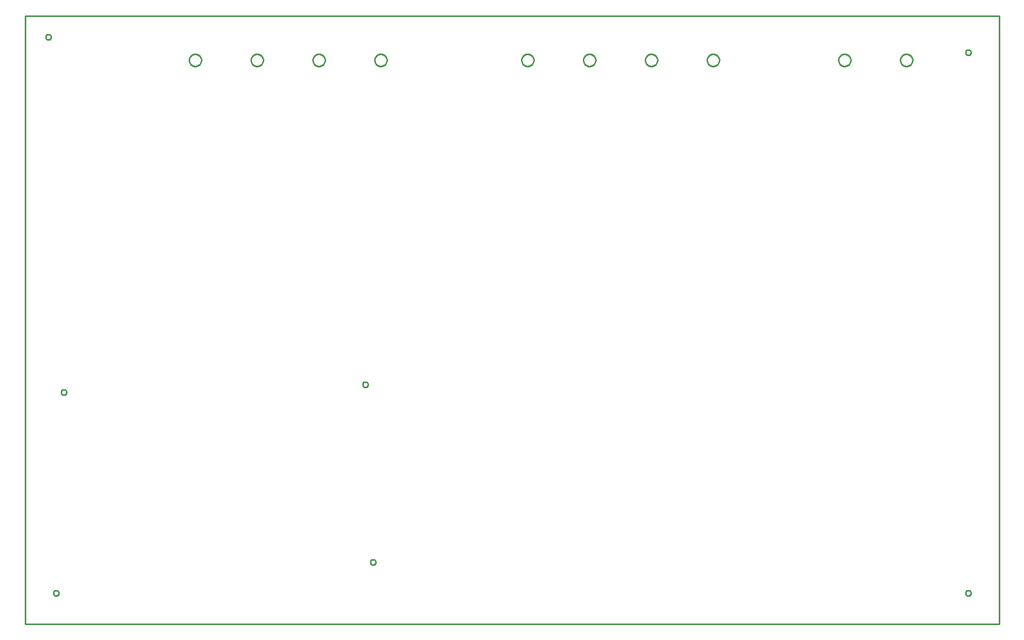
<source format=gbr>
G04 EAGLE Gerber RS-274X export*
G75*
%MOMM*%
%FSLAX34Y34*%
%LPD*%
%IN*%
%IPPOS*%
%AMOC8*
5,1,8,0,0,1.08239X$1,22.5*%
G01*
%ADD10C,0.254000*%


D10*
X0Y0D02*
X1600000Y0D01*
X1600000Y1000000D01*
X0Y1000000D01*
X0Y0D01*
X55300Y50505D02*
X55223Y49920D01*
X55070Y49350D01*
X54845Y48805D01*
X54550Y48295D01*
X54191Y47827D01*
X53773Y47409D01*
X53305Y47050D01*
X52795Y46755D01*
X52250Y46530D01*
X51680Y46377D01*
X51095Y46300D01*
X50505Y46300D01*
X49920Y46377D01*
X49350Y46530D01*
X48805Y46755D01*
X48295Y47050D01*
X47827Y47409D01*
X47409Y47827D01*
X47050Y48295D01*
X46755Y48805D01*
X46530Y49350D01*
X46377Y49920D01*
X46300Y50505D01*
X46300Y51095D01*
X46377Y51680D01*
X46530Y52250D01*
X46755Y52795D01*
X47050Y53305D01*
X47409Y53773D01*
X47827Y54191D01*
X48295Y54550D01*
X48805Y54845D01*
X49350Y55070D01*
X49920Y55223D01*
X50505Y55300D01*
X51095Y55300D01*
X51680Y55223D01*
X52250Y55070D01*
X52795Y54845D01*
X53305Y54550D01*
X53773Y54191D01*
X54191Y53773D01*
X54550Y53305D01*
X54845Y52795D01*
X55070Y52250D01*
X55223Y51680D01*
X55300Y51095D01*
X55300Y50505D01*
X42600Y964905D02*
X42523Y964320D01*
X42370Y963750D01*
X42145Y963205D01*
X41850Y962695D01*
X41491Y962227D01*
X41073Y961809D01*
X40605Y961450D01*
X40095Y961155D01*
X39550Y960930D01*
X38980Y960777D01*
X38395Y960700D01*
X37805Y960700D01*
X37220Y960777D01*
X36650Y960930D01*
X36105Y961155D01*
X35595Y961450D01*
X35127Y961809D01*
X34709Y962227D01*
X34350Y962695D01*
X34055Y963205D01*
X33830Y963750D01*
X33677Y964320D01*
X33600Y964905D01*
X33600Y965495D01*
X33677Y966080D01*
X33830Y966650D01*
X34055Y967195D01*
X34350Y967705D01*
X34709Y968173D01*
X35127Y968591D01*
X35595Y968950D01*
X36105Y969245D01*
X36650Y969470D01*
X37220Y969623D01*
X37805Y969700D01*
X38395Y969700D01*
X38980Y969623D01*
X39550Y969470D01*
X40095Y969245D01*
X40605Y968950D01*
X41073Y968591D01*
X41491Y968173D01*
X41850Y967705D01*
X42145Y967195D01*
X42370Y966650D01*
X42523Y966080D01*
X42600Y965495D01*
X42600Y964905D01*
X1553900Y50505D02*
X1553823Y49920D01*
X1553670Y49350D01*
X1553445Y48805D01*
X1553150Y48295D01*
X1552791Y47827D01*
X1552373Y47409D01*
X1551905Y47050D01*
X1551395Y46755D01*
X1550850Y46530D01*
X1550280Y46377D01*
X1549695Y46300D01*
X1549105Y46300D01*
X1548520Y46377D01*
X1547950Y46530D01*
X1547405Y46755D01*
X1546895Y47050D01*
X1546427Y47409D01*
X1546009Y47827D01*
X1545650Y48295D01*
X1545355Y48805D01*
X1545130Y49350D01*
X1544977Y49920D01*
X1544900Y50505D01*
X1544900Y51095D01*
X1544977Y51680D01*
X1545130Y52250D01*
X1545355Y52795D01*
X1545650Y53305D01*
X1546009Y53773D01*
X1546427Y54191D01*
X1546895Y54550D01*
X1547405Y54845D01*
X1547950Y55070D01*
X1548520Y55223D01*
X1549105Y55300D01*
X1549695Y55300D01*
X1550280Y55223D01*
X1550850Y55070D01*
X1551395Y54845D01*
X1551905Y54550D01*
X1552373Y54191D01*
X1552791Y53773D01*
X1553150Y53305D01*
X1553445Y52795D01*
X1553670Y52250D01*
X1553823Y51680D01*
X1553900Y51095D01*
X1553900Y50505D01*
X1553900Y939505D02*
X1553823Y938920D01*
X1553670Y938350D01*
X1553445Y937805D01*
X1553150Y937295D01*
X1552791Y936827D01*
X1552373Y936409D01*
X1551905Y936050D01*
X1551395Y935755D01*
X1550850Y935530D01*
X1550280Y935377D01*
X1549695Y935300D01*
X1549105Y935300D01*
X1548520Y935377D01*
X1547950Y935530D01*
X1547405Y935755D01*
X1546895Y936050D01*
X1546427Y936409D01*
X1546009Y936827D01*
X1545650Y937295D01*
X1545355Y937805D01*
X1545130Y938350D01*
X1544977Y938920D01*
X1544900Y939505D01*
X1544900Y940095D01*
X1544977Y940680D01*
X1545130Y941250D01*
X1545355Y941795D01*
X1545650Y942305D01*
X1546009Y942773D01*
X1546427Y943191D01*
X1546895Y943550D01*
X1547405Y943845D01*
X1547950Y944070D01*
X1548520Y944223D01*
X1549105Y944300D01*
X1549695Y944300D01*
X1550280Y944223D01*
X1550850Y944070D01*
X1551395Y943845D01*
X1551905Y943550D01*
X1552373Y943191D01*
X1552791Y942773D01*
X1553150Y942305D01*
X1553445Y941795D01*
X1553670Y941250D01*
X1553823Y940680D01*
X1553900Y940095D01*
X1553900Y939505D01*
X563300Y393405D02*
X563223Y392820D01*
X563070Y392250D01*
X562845Y391705D01*
X562550Y391195D01*
X562191Y390727D01*
X561773Y390309D01*
X561305Y389950D01*
X560795Y389655D01*
X560250Y389430D01*
X559680Y389277D01*
X559095Y389200D01*
X558505Y389200D01*
X557920Y389277D01*
X557350Y389430D01*
X556805Y389655D01*
X556295Y389950D01*
X555827Y390309D01*
X555409Y390727D01*
X555050Y391195D01*
X554755Y391705D01*
X554530Y392250D01*
X554377Y392820D01*
X554300Y393405D01*
X554300Y393995D01*
X554377Y394580D01*
X554530Y395150D01*
X554755Y395695D01*
X555050Y396205D01*
X555409Y396673D01*
X555827Y397091D01*
X556295Y397450D01*
X556805Y397745D01*
X557350Y397970D01*
X557920Y398123D01*
X558505Y398200D01*
X559095Y398200D01*
X559680Y398123D01*
X560250Y397970D01*
X560795Y397745D01*
X561305Y397450D01*
X561773Y397091D01*
X562191Y396673D01*
X562550Y396205D01*
X562845Y395695D01*
X563070Y395150D01*
X563223Y394580D01*
X563300Y393995D01*
X563300Y393405D01*
X576000Y101305D02*
X575923Y100720D01*
X575770Y100150D01*
X575545Y99605D01*
X575250Y99095D01*
X574891Y98627D01*
X574473Y98209D01*
X574005Y97850D01*
X573495Y97555D01*
X572950Y97330D01*
X572380Y97177D01*
X571795Y97100D01*
X571205Y97100D01*
X570620Y97177D01*
X570050Y97330D01*
X569505Y97555D01*
X568995Y97850D01*
X568527Y98209D01*
X568109Y98627D01*
X567750Y99095D01*
X567455Y99605D01*
X567230Y100150D01*
X567077Y100720D01*
X567000Y101305D01*
X567000Y101895D01*
X567077Y102480D01*
X567230Y103050D01*
X567455Y103595D01*
X567750Y104105D01*
X568109Y104573D01*
X568527Y104991D01*
X568995Y105350D01*
X569505Y105645D01*
X570050Y105870D01*
X570620Y106023D01*
X571205Y106100D01*
X571795Y106100D01*
X572380Y106023D01*
X572950Y105870D01*
X573495Y105645D01*
X574005Y105350D01*
X574473Y104991D01*
X574891Y104573D01*
X575250Y104105D01*
X575545Y103595D01*
X575770Y103050D01*
X575923Y102480D01*
X576000Y101895D01*
X576000Y101305D01*
X68000Y380705D02*
X67923Y380120D01*
X67770Y379550D01*
X67545Y379005D01*
X67250Y378495D01*
X66891Y378027D01*
X66473Y377609D01*
X66005Y377250D01*
X65495Y376955D01*
X64950Y376730D01*
X64380Y376577D01*
X63795Y376500D01*
X63205Y376500D01*
X62620Y376577D01*
X62050Y376730D01*
X61505Y376955D01*
X60995Y377250D01*
X60527Y377609D01*
X60109Y378027D01*
X59750Y378495D01*
X59455Y379005D01*
X59230Y379550D01*
X59077Y380120D01*
X59000Y380705D01*
X59000Y381295D01*
X59077Y381880D01*
X59230Y382450D01*
X59455Y382995D01*
X59750Y383505D01*
X60109Y383973D01*
X60527Y384391D01*
X60995Y384750D01*
X61505Y385045D01*
X62050Y385270D01*
X62620Y385423D01*
X63205Y385500D01*
X63795Y385500D01*
X64380Y385423D01*
X64950Y385270D01*
X65495Y385045D01*
X66005Y384750D01*
X66473Y384391D01*
X66891Y383973D01*
X67250Y383505D01*
X67545Y382995D01*
X67770Y382450D01*
X67923Y381880D01*
X68000Y381295D01*
X68000Y380705D01*
X835500Y926663D02*
X835424Y925794D01*
X835272Y924934D01*
X835046Y924090D01*
X834748Y923270D01*
X834379Y922478D01*
X833942Y921722D01*
X833441Y921007D01*
X832880Y920338D01*
X832262Y919720D01*
X831593Y919159D01*
X830878Y918658D01*
X830122Y918221D01*
X829330Y917852D01*
X828510Y917554D01*
X827666Y917328D01*
X826807Y917176D01*
X825937Y917100D01*
X825063Y917100D01*
X824194Y917176D01*
X823334Y917328D01*
X822490Y917554D01*
X821670Y917852D01*
X820878Y918221D01*
X820122Y918658D01*
X819407Y919159D01*
X818738Y919720D01*
X818120Y920338D01*
X817559Y921007D01*
X817058Y921722D01*
X816621Y922478D01*
X816252Y923270D01*
X815954Y924090D01*
X815728Y924934D01*
X815576Y925794D01*
X815500Y926663D01*
X815500Y927537D01*
X815576Y928407D01*
X815728Y929266D01*
X815954Y930110D01*
X816252Y930930D01*
X816621Y931722D01*
X817058Y932478D01*
X817559Y933193D01*
X818120Y933862D01*
X818738Y934480D01*
X819407Y935041D01*
X820122Y935542D01*
X820878Y935979D01*
X821670Y936348D01*
X822490Y936646D01*
X823334Y936872D01*
X824194Y937024D01*
X825063Y937100D01*
X825937Y937100D01*
X826807Y937024D01*
X827666Y936872D01*
X828510Y936646D01*
X829330Y936348D01*
X830122Y935979D01*
X830878Y935542D01*
X831593Y935041D01*
X832262Y934480D01*
X832880Y933862D01*
X833441Y933193D01*
X833942Y932478D01*
X834379Y931722D01*
X834748Y930930D01*
X835046Y930110D01*
X835272Y929266D01*
X835424Y928407D01*
X835500Y927537D01*
X835500Y926663D01*
X937100Y926663D02*
X937024Y925794D01*
X936872Y924934D01*
X936646Y924090D01*
X936348Y923270D01*
X935979Y922478D01*
X935542Y921722D01*
X935041Y921007D01*
X934480Y920338D01*
X933862Y919720D01*
X933193Y919159D01*
X932478Y918658D01*
X931722Y918221D01*
X930930Y917852D01*
X930110Y917554D01*
X929266Y917328D01*
X928407Y917176D01*
X927537Y917100D01*
X926663Y917100D01*
X925794Y917176D01*
X924934Y917328D01*
X924090Y917554D01*
X923270Y917852D01*
X922478Y918221D01*
X921722Y918658D01*
X921007Y919159D01*
X920338Y919720D01*
X919720Y920338D01*
X919159Y921007D01*
X918658Y921722D01*
X918221Y922478D01*
X917852Y923270D01*
X917554Y924090D01*
X917328Y924934D01*
X917176Y925794D01*
X917100Y926663D01*
X917100Y927537D01*
X917176Y928407D01*
X917328Y929266D01*
X917554Y930110D01*
X917852Y930930D01*
X918221Y931722D01*
X918658Y932478D01*
X919159Y933193D01*
X919720Y933862D01*
X920338Y934480D01*
X921007Y935041D01*
X921722Y935542D01*
X922478Y935979D01*
X923270Y936348D01*
X924090Y936646D01*
X924934Y936872D01*
X925794Y937024D01*
X926663Y937100D01*
X927537Y937100D01*
X928407Y937024D01*
X929266Y936872D01*
X930110Y936646D01*
X930930Y936348D01*
X931722Y935979D01*
X932478Y935542D01*
X933193Y935041D01*
X933862Y934480D01*
X934480Y933862D01*
X935041Y933193D01*
X935542Y932478D01*
X935979Y931722D01*
X936348Y930930D01*
X936646Y930110D01*
X936872Y929266D01*
X937024Y928407D01*
X937100Y927537D01*
X937100Y926663D01*
X492600Y926663D02*
X492524Y925794D01*
X492372Y924934D01*
X492146Y924090D01*
X491848Y923270D01*
X491479Y922478D01*
X491042Y921722D01*
X490541Y921007D01*
X489980Y920338D01*
X489362Y919720D01*
X488693Y919159D01*
X487978Y918658D01*
X487222Y918221D01*
X486430Y917852D01*
X485610Y917554D01*
X484766Y917328D01*
X483907Y917176D01*
X483037Y917100D01*
X482163Y917100D01*
X481294Y917176D01*
X480434Y917328D01*
X479590Y917554D01*
X478770Y917852D01*
X477978Y918221D01*
X477222Y918658D01*
X476507Y919159D01*
X475838Y919720D01*
X475220Y920338D01*
X474659Y921007D01*
X474158Y921722D01*
X473721Y922478D01*
X473352Y923270D01*
X473054Y924090D01*
X472828Y924934D01*
X472676Y925794D01*
X472600Y926663D01*
X472600Y927537D01*
X472676Y928407D01*
X472828Y929266D01*
X473054Y930110D01*
X473352Y930930D01*
X473721Y931722D01*
X474158Y932478D01*
X474659Y933193D01*
X475220Y933862D01*
X475838Y934480D01*
X476507Y935041D01*
X477222Y935542D01*
X477978Y935979D01*
X478770Y936348D01*
X479590Y936646D01*
X480434Y936872D01*
X481294Y937024D01*
X482163Y937100D01*
X483037Y937100D01*
X483907Y937024D01*
X484766Y936872D01*
X485610Y936646D01*
X486430Y936348D01*
X487222Y935979D01*
X487978Y935542D01*
X488693Y935041D01*
X489362Y934480D01*
X489980Y933862D01*
X490541Y933193D01*
X491042Y932478D01*
X491479Y931722D01*
X491848Y930930D01*
X492146Y930110D01*
X492372Y929266D01*
X492524Y928407D01*
X492600Y927537D01*
X492600Y926663D01*
X594200Y926663D02*
X594124Y925794D01*
X593972Y924934D01*
X593746Y924090D01*
X593448Y923270D01*
X593079Y922478D01*
X592642Y921722D01*
X592141Y921007D01*
X591580Y920338D01*
X590962Y919720D01*
X590293Y919159D01*
X589578Y918658D01*
X588822Y918221D01*
X588030Y917852D01*
X587210Y917554D01*
X586366Y917328D01*
X585507Y917176D01*
X584637Y917100D01*
X583763Y917100D01*
X582894Y917176D01*
X582034Y917328D01*
X581190Y917554D01*
X580370Y917852D01*
X579578Y918221D01*
X578822Y918658D01*
X578107Y919159D01*
X577438Y919720D01*
X576820Y920338D01*
X576259Y921007D01*
X575758Y921722D01*
X575321Y922478D01*
X574952Y923270D01*
X574654Y924090D01*
X574428Y924934D01*
X574276Y925794D01*
X574200Y926663D01*
X574200Y927537D01*
X574276Y928407D01*
X574428Y929266D01*
X574654Y930110D01*
X574952Y930930D01*
X575321Y931722D01*
X575758Y932478D01*
X576259Y933193D01*
X576820Y933862D01*
X577438Y934480D01*
X578107Y935041D01*
X578822Y935542D01*
X579578Y935979D01*
X580370Y936348D01*
X581190Y936646D01*
X582034Y936872D01*
X582894Y937024D01*
X583763Y937100D01*
X584637Y937100D01*
X585507Y937024D01*
X586366Y936872D01*
X587210Y936646D01*
X588030Y936348D01*
X588822Y935979D01*
X589578Y935542D01*
X590293Y935041D01*
X590962Y934480D01*
X591580Y933862D01*
X592141Y933193D01*
X592642Y932478D01*
X593079Y931722D01*
X593448Y930930D01*
X593746Y930110D01*
X593972Y929266D01*
X594124Y928407D01*
X594200Y927537D01*
X594200Y926663D01*
X289400Y926663D02*
X289324Y925794D01*
X289172Y924934D01*
X288946Y924090D01*
X288648Y923270D01*
X288279Y922478D01*
X287842Y921722D01*
X287341Y921007D01*
X286780Y920338D01*
X286162Y919720D01*
X285493Y919159D01*
X284778Y918658D01*
X284022Y918221D01*
X283230Y917852D01*
X282410Y917554D01*
X281566Y917328D01*
X280707Y917176D01*
X279837Y917100D01*
X278963Y917100D01*
X278094Y917176D01*
X277234Y917328D01*
X276390Y917554D01*
X275570Y917852D01*
X274778Y918221D01*
X274022Y918658D01*
X273307Y919159D01*
X272638Y919720D01*
X272020Y920338D01*
X271459Y921007D01*
X270958Y921722D01*
X270521Y922478D01*
X270152Y923270D01*
X269854Y924090D01*
X269628Y924934D01*
X269476Y925794D01*
X269400Y926663D01*
X269400Y927537D01*
X269476Y928407D01*
X269628Y929266D01*
X269854Y930110D01*
X270152Y930930D01*
X270521Y931722D01*
X270958Y932478D01*
X271459Y933193D01*
X272020Y933862D01*
X272638Y934480D01*
X273307Y935041D01*
X274022Y935542D01*
X274778Y935979D01*
X275570Y936348D01*
X276390Y936646D01*
X277234Y936872D01*
X278094Y937024D01*
X278963Y937100D01*
X279837Y937100D01*
X280707Y937024D01*
X281566Y936872D01*
X282410Y936646D01*
X283230Y936348D01*
X284022Y935979D01*
X284778Y935542D01*
X285493Y935041D01*
X286162Y934480D01*
X286780Y933862D01*
X287341Y933193D01*
X287842Y932478D01*
X288279Y931722D01*
X288648Y930930D01*
X288946Y930110D01*
X289172Y929266D01*
X289324Y928407D01*
X289400Y927537D01*
X289400Y926663D01*
X391000Y926663D02*
X390924Y925794D01*
X390772Y924934D01*
X390546Y924090D01*
X390248Y923270D01*
X389879Y922478D01*
X389442Y921722D01*
X388941Y921007D01*
X388380Y920338D01*
X387762Y919720D01*
X387093Y919159D01*
X386378Y918658D01*
X385622Y918221D01*
X384830Y917852D01*
X384010Y917554D01*
X383166Y917328D01*
X382307Y917176D01*
X381437Y917100D01*
X380563Y917100D01*
X379694Y917176D01*
X378834Y917328D01*
X377990Y917554D01*
X377170Y917852D01*
X376378Y918221D01*
X375622Y918658D01*
X374907Y919159D01*
X374238Y919720D01*
X373620Y920338D01*
X373059Y921007D01*
X372558Y921722D01*
X372121Y922478D01*
X371752Y923270D01*
X371454Y924090D01*
X371228Y924934D01*
X371076Y925794D01*
X371000Y926663D01*
X371000Y927537D01*
X371076Y928407D01*
X371228Y929266D01*
X371454Y930110D01*
X371752Y930930D01*
X372121Y931722D01*
X372558Y932478D01*
X373059Y933193D01*
X373620Y933862D01*
X374238Y934480D01*
X374907Y935041D01*
X375622Y935542D01*
X376378Y935979D01*
X377170Y936348D01*
X377990Y936646D01*
X378834Y936872D01*
X379694Y937024D01*
X380563Y937100D01*
X381437Y937100D01*
X382307Y937024D01*
X383166Y936872D01*
X384010Y936646D01*
X384830Y936348D01*
X385622Y935979D01*
X386378Y935542D01*
X387093Y935041D01*
X387762Y934480D01*
X388380Y933862D01*
X388941Y933193D01*
X389442Y932478D01*
X389879Y931722D01*
X390248Y930930D01*
X390546Y930110D01*
X390772Y929266D01*
X390924Y928407D01*
X391000Y927537D01*
X391000Y926663D01*
X1356200Y926663D02*
X1356124Y925794D01*
X1355972Y924934D01*
X1355746Y924090D01*
X1355448Y923270D01*
X1355079Y922478D01*
X1354642Y921722D01*
X1354141Y921007D01*
X1353580Y920338D01*
X1352962Y919720D01*
X1352293Y919159D01*
X1351578Y918658D01*
X1350822Y918221D01*
X1350030Y917852D01*
X1349210Y917554D01*
X1348366Y917328D01*
X1347507Y917176D01*
X1346637Y917100D01*
X1345763Y917100D01*
X1344894Y917176D01*
X1344034Y917328D01*
X1343190Y917554D01*
X1342370Y917852D01*
X1341578Y918221D01*
X1340822Y918658D01*
X1340107Y919159D01*
X1339438Y919720D01*
X1338820Y920338D01*
X1338259Y921007D01*
X1337758Y921722D01*
X1337321Y922478D01*
X1336952Y923270D01*
X1336654Y924090D01*
X1336428Y924934D01*
X1336276Y925794D01*
X1336200Y926663D01*
X1336200Y927537D01*
X1336276Y928407D01*
X1336428Y929266D01*
X1336654Y930110D01*
X1336952Y930930D01*
X1337321Y931722D01*
X1337758Y932478D01*
X1338259Y933193D01*
X1338820Y933862D01*
X1339438Y934480D01*
X1340107Y935041D01*
X1340822Y935542D01*
X1341578Y935979D01*
X1342370Y936348D01*
X1343190Y936646D01*
X1344034Y936872D01*
X1344894Y937024D01*
X1345763Y937100D01*
X1346637Y937100D01*
X1347507Y937024D01*
X1348366Y936872D01*
X1349210Y936646D01*
X1350030Y936348D01*
X1350822Y935979D01*
X1351578Y935542D01*
X1352293Y935041D01*
X1352962Y934480D01*
X1353580Y933862D01*
X1354141Y933193D01*
X1354642Y932478D01*
X1355079Y931722D01*
X1355448Y930930D01*
X1355746Y930110D01*
X1355972Y929266D01*
X1356124Y928407D01*
X1356200Y927537D01*
X1356200Y926663D01*
X1457800Y926663D02*
X1457724Y925794D01*
X1457572Y924934D01*
X1457346Y924090D01*
X1457048Y923270D01*
X1456679Y922478D01*
X1456242Y921722D01*
X1455741Y921007D01*
X1455180Y920338D01*
X1454562Y919720D01*
X1453893Y919159D01*
X1453178Y918658D01*
X1452422Y918221D01*
X1451630Y917852D01*
X1450810Y917554D01*
X1449966Y917328D01*
X1449107Y917176D01*
X1448237Y917100D01*
X1447363Y917100D01*
X1446494Y917176D01*
X1445634Y917328D01*
X1444790Y917554D01*
X1443970Y917852D01*
X1443178Y918221D01*
X1442422Y918658D01*
X1441707Y919159D01*
X1441038Y919720D01*
X1440420Y920338D01*
X1439859Y921007D01*
X1439358Y921722D01*
X1438921Y922478D01*
X1438552Y923270D01*
X1438254Y924090D01*
X1438028Y924934D01*
X1437876Y925794D01*
X1437800Y926663D01*
X1437800Y927537D01*
X1437876Y928407D01*
X1438028Y929266D01*
X1438254Y930110D01*
X1438552Y930930D01*
X1438921Y931722D01*
X1439358Y932478D01*
X1439859Y933193D01*
X1440420Y933862D01*
X1441038Y934480D01*
X1441707Y935041D01*
X1442422Y935542D01*
X1443178Y935979D01*
X1443970Y936348D01*
X1444790Y936646D01*
X1445634Y936872D01*
X1446494Y937024D01*
X1447363Y937100D01*
X1448237Y937100D01*
X1449107Y937024D01*
X1449966Y936872D01*
X1450810Y936646D01*
X1451630Y936348D01*
X1452422Y935979D01*
X1453178Y935542D01*
X1453893Y935041D01*
X1454562Y934480D01*
X1455180Y933862D01*
X1455741Y933193D01*
X1456242Y932478D01*
X1456679Y931722D01*
X1457048Y930930D01*
X1457346Y930110D01*
X1457572Y929266D01*
X1457724Y928407D01*
X1457800Y927537D01*
X1457800Y926663D01*
X1038700Y926663D02*
X1038624Y925794D01*
X1038472Y924934D01*
X1038246Y924090D01*
X1037948Y923270D01*
X1037579Y922478D01*
X1037142Y921722D01*
X1036641Y921007D01*
X1036080Y920338D01*
X1035462Y919720D01*
X1034793Y919159D01*
X1034078Y918658D01*
X1033322Y918221D01*
X1032530Y917852D01*
X1031710Y917554D01*
X1030866Y917328D01*
X1030007Y917176D01*
X1029137Y917100D01*
X1028263Y917100D01*
X1027394Y917176D01*
X1026534Y917328D01*
X1025690Y917554D01*
X1024870Y917852D01*
X1024078Y918221D01*
X1023322Y918658D01*
X1022607Y919159D01*
X1021938Y919720D01*
X1021320Y920338D01*
X1020759Y921007D01*
X1020258Y921722D01*
X1019821Y922478D01*
X1019452Y923270D01*
X1019154Y924090D01*
X1018928Y924934D01*
X1018776Y925794D01*
X1018700Y926663D01*
X1018700Y927537D01*
X1018776Y928407D01*
X1018928Y929266D01*
X1019154Y930110D01*
X1019452Y930930D01*
X1019821Y931722D01*
X1020258Y932478D01*
X1020759Y933193D01*
X1021320Y933862D01*
X1021938Y934480D01*
X1022607Y935041D01*
X1023322Y935542D01*
X1024078Y935979D01*
X1024870Y936348D01*
X1025690Y936646D01*
X1026534Y936872D01*
X1027394Y937024D01*
X1028263Y937100D01*
X1029137Y937100D01*
X1030007Y937024D01*
X1030866Y936872D01*
X1031710Y936646D01*
X1032530Y936348D01*
X1033322Y935979D01*
X1034078Y935542D01*
X1034793Y935041D01*
X1035462Y934480D01*
X1036080Y933862D01*
X1036641Y933193D01*
X1037142Y932478D01*
X1037579Y931722D01*
X1037948Y930930D01*
X1038246Y930110D01*
X1038472Y929266D01*
X1038624Y928407D01*
X1038700Y927537D01*
X1038700Y926663D01*
X1140300Y926663D02*
X1140224Y925794D01*
X1140072Y924934D01*
X1139846Y924090D01*
X1139548Y923270D01*
X1139179Y922478D01*
X1138742Y921722D01*
X1138241Y921007D01*
X1137680Y920338D01*
X1137062Y919720D01*
X1136393Y919159D01*
X1135678Y918658D01*
X1134922Y918221D01*
X1134130Y917852D01*
X1133310Y917554D01*
X1132466Y917328D01*
X1131607Y917176D01*
X1130737Y917100D01*
X1129863Y917100D01*
X1128994Y917176D01*
X1128134Y917328D01*
X1127290Y917554D01*
X1126470Y917852D01*
X1125678Y918221D01*
X1124922Y918658D01*
X1124207Y919159D01*
X1123538Y919720D01*
X1122920Y920338D01*
X1122359Y921007D01*
X1121858Y921722D01*
X1121421Y922478D01*
X1121052Y923270D01*
X1120754Y924090D01*
X1120528Y924934D01*
X1120376Y925794D01*
X1120300Y926663D01*
X1120300Y927537D01*
X1120376Y928407D01*
X1120528Y929266D01*
X1120754Y930110D01*
X1121052Y930930D01*
X1121421Y931722D01*
X1121858Y932478D01*
X1122359Y933193D01*
X1122920Y933862D01*
X1123538Y934480D01*
X1124207Y935041D01*
X1124922Y935542D01*
X1125678Y935979D01*
X1126470Y936348D01*
X1127290Y936646D01*
X1128134Y936872D01*
X1128994Y937024D01*
X1129863Y937100D01*
X1130737Y937100D01*
X1131607Y937024D01*
X1132466Y936872D01*
X1133310Y936646D01*
X1134130Y936348D01*
X1134922Y935979D01*
X1135678Y935542D01*
X1136393Y935041D01*
X1137062Y934480D01*
X1137680Y933862D01*
X1138241Y933193D01*
X1138742Y932478D01*
X1139179Y931722D01*
X1139548Y930930D01*
X1139846Y930110D01*
X1140072Y929266D01*
X1140224Y928407D01*
X1140300Y927537D01*
X1140300Y926663D01*
M02*

</source>
